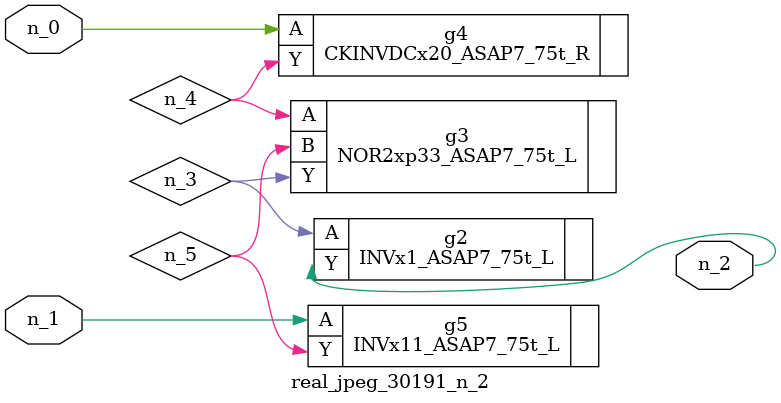
<source format=v>
module real_jpeg_30191_n_2 (n_1, n_0, n_2);

input n_1;
input n_0;

output n_2;

wire n_5;
wire n_4;
wire n_3;

CKINVDCx20_ASAP7_75t_R g4 ( 
.A(n_0),
.Y(n_4)
);

INVx11_ASAP7_75t_L g5 ( 
.A(n_1),
.Y(n_5)
);

INVx1_ASAP7_75t_L g2 ( 
.A(n_3),
.Y(n_2)
);

NOR2xp33_ASAP7_75t_L g3 ( 
.A(n_4),
.B(n_5),
.Y(n_3)
);


endmodule
</source>
